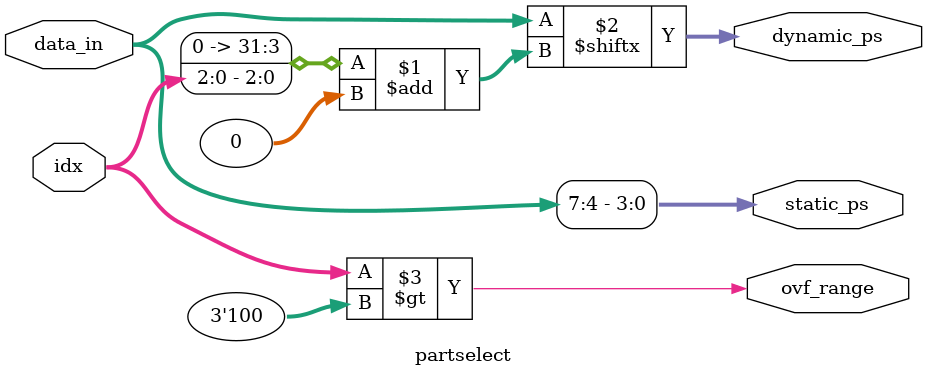
<source format=sv>


module partselect (
    input  wire [15:0] data_in,
    input  wire [2:0]  idx,
    output wire [3:0]  static_ps,
    output wire [3:0]  dynamic_ps,
    output wire        ovf_range
);
    // bits [7:4]
    assign static_ps = data_in[7:4];

    // dynamic [idx +: 4], idx <= 12 required
    assign dynamic_ps = data_in[idx +: 4];

    // overflow if idx > 12
    assign ovf_range = (idx > 3'd12);
endmodule

</source>
